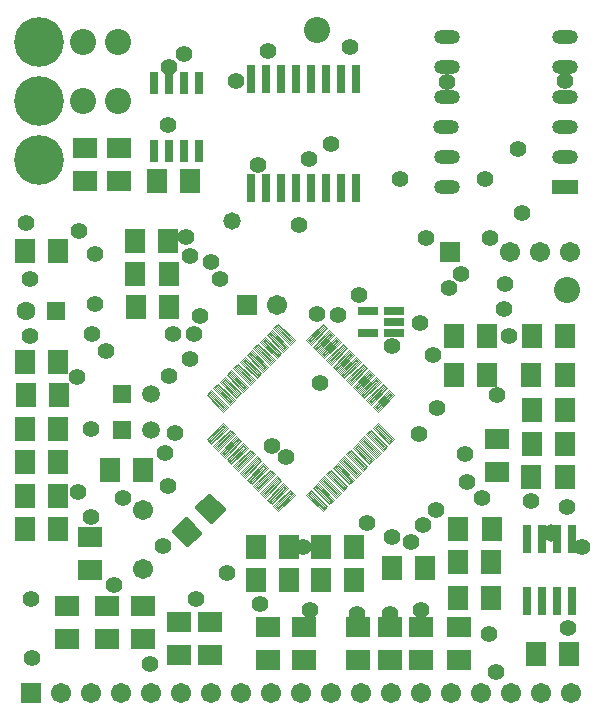
<source format=gts>
%FSLAX43Y43*%
%MOMM*%
G71*
G01*
G75*
%ADD10C,0.300*%
%ADD11R,1.600X1.800*%
%ADD12R,1.800X1.600*%
%ADD13C,0.125*%
%ADD14R,0.600X1.700*%
%ADD15R,0.600X1.700*%
%ADD16R,0.600X2.200*%
%ADD17R,0.600X2.200*%
%ADD18R,1.450X0.550*%
%ADD19R,1.450X0.550*%
%ADD20R,0.600X2.150*%
%ADD21R,0.600X2.150*%
%ADD22O,2.000X1.000*%
%ADD23R,2.000X1.000*%
%ADD24C,0.500*%
%ADD25C,0.400*%
%ADD26C,2.000*%
%ADD27C,1.500*%
%ADD28R,1.500X1.500*%
%ADD29R,1.300X1.300*%
%ADD30C,1.300*%
%ADD31C,4.000*%
%ADD32C,1.400*%
%ADD33R,1.400X1.400*%
%ADD34C,1.270*%
%ADD35C,1.200*%
%ADD36R,0.850X1.300*%
%ADD37C,0.600*%
%ADD38R,1.803X2.003*%
%ADD39R,2.003X1.803*%
%ADD40R,0.803X1.903*%
%ADD41R,0.803X1.903*%
%ADD42R,0.803X2.403*%
%ADD43R,0.803X2.403*%
%ADD44R,1.653X0.753*%
%ADD45R,1.653X0.753*%
%ADD46R,0.803X2.353*%
%ADD47R,0.803X2.353*%
%ADD48O,2.203X1.203*%
%ADD49R,2.203X1.203*%
%ADD50C,2.203*%
%ADD51C,1.703*%
%ADD52R,1.703X1.703*%
%ADD53R,1.503X1.503*%
%ADD54C,1.503*%
%ADD55C,4.203*%
%ADD56C,1.603*%
%ADD57R,1.603X1.603*%
%ADD58C,1.473*%
%ADD59C,1.403*%
D13*
X29445Y25157D02*
X29037Y24748D01*
X27638Y26147D01*
X28047Y26556D01*
X29445Y25157D01*
X29298D02*
X29037Y24896D01*
X27785Y26147D01*
X28047Y26409D01*
X29298Y25157D01*
X29151D02*
X29037Y25043D01*
X27932Y26147D01*
X28047Y26261D01*
X29151Y25157D01*
X29029Y25183D02*
X28054Y26121D01*
X30011Y25723D02*
X29602Y25314D01*
X28203Y26713D01*
X28612Y27122D01*
X30011Y25723D01*
X29864D02*
X29602Y25461D01*
X28351Y26713D01*
X28612Y26974D01*
X29864Y25723D01*
X29716D02*
X29602Y25609D01*
X28498Y26713D01*
X28612Y26827D01*
X29716Y25723D01*
X29595Y25748D02*
X28620Y26687D01*
X30577Y26288D02*
X30168Y25880D01*
X28769Y27278D01*
X29178Y27687D01*
X30577Y26288D01*
X30429D02*
X30168Y26027D01*
X28916Y27278D01*
X29178Y27540D01*
X30429Y26288D01*
X30282D02*
X30168Y26174D01*
X29064Y27278D01*
X29178Y27393D01*
X30282Y26288D01*
X30160Y26314D02*
X29186Y27253D01*
X24425Y36966D02*
X24016Y36557D01*
X22617Y37956D01*
X23026Y38365D01*
X24425Y36966D01*
X24278D02*
X24016Y36704D01*
X22765Y37956D01*
X23026Y38217D01*
X24278Y36966D01*
X24130D02*
X24016Y36852D01*
X22912Y37956D01*
X23026Y38070D01*
X24130Y36966D01*
X24009Y36991D02*
X23034Y37930D01*
X23859Y36400D02*
X23450Y35991D01*
X22052Y37390D01*
X22460Y37799D01*
X23859Y36400D01*
X23712D02*
X23450Y36139D01*
X22199Y37390D01*
X22460Y37652D01*
X23712Y36400D01*
X23565D02*
X23450Y36286D01*
X22346Y37390D01*
X22460Y37504D01*
X23565Y36400D01*
X23443Y36426D02*
X22468Y37364D01*
X23294Y35834D02*
X22885Y35426D01*
X21486Y36824D01*
X21895Y37233D01*
X23294Y35834D01*
X23146D02*
X22885Y35573D01*
X21633Y36824D01*
X21895Y37086D01*
X23146Y35834D01*
X22999D02*
X22885Y35720D01*
X21781Y36824D01*
X21895Y36939D01*
X22999Y35834D01*
X22877Y35860D02*
X21902Y36799D01*
X22728Y35269D02*
X22319Y34860D01*
X20920Y36259D01*
X21329Y36667D01*
X22728Y35269D01*
X22581D02*
X22319Y35007D01*
X21068Y36259D01*
X21329Y36520D01*
X22581Y35269D01*
X22433D02*
X22319Y35154D01*
X21215Y36259D01*
X21329Y36373D01*
X22433Y35269D01*
X22311Y35294D02*
X21337Y36233D01*
X22162Y34703D02*
X21753Y34294D01*
X20355Y35693D01*
X20763Y36102D01*
X22162Y34703D01*
X22015D02*
X21753Y34441D01*
X20502Y35693D01*
X20763Y35954D01*
X22015Y34703D01*
X21868D02*
X21753Y34589D01*
X20649Y35693D01*
X20763Y35807D01*
X21868Y34703D01*
X21746Y34729D02*
X20771Y35667D01*
X21597Y34137D02*
X21188Y33728D01*
X19789Y35127D01*
X20198Y35536D01*
X21597Y34137D01*
X21449D02*
X21188Y33876D01*
X19936Y35127D01*
X20198Y35389D01*
X21449Y34137D01*
X21302D02*
X21188Y34023D01*
X20084Y35127D01*
X20198Y35241D01*
X21302Y34137D01*
X21180Y34163D02*
X20205Y35102D01*
X21031Y33572D02*
X20622Y33163D01*
X19223Y34562D01*
X19632Y34970D01*
X21031Y33572D01*
X20884D02*
X20622Y33310D01*
X19371Y34562D01*
X19632Y34823D01*
X20884Y33572D01*
X20736D02*
X20622Y33457D01*
X19518Y34562D01*
X19632Y34676D01*
X20736Y33572D01*
X20614Y33597D02*
X19640Y34536D01*
X20465Y33006D02*
X20056Y32597D01*
X18658Y33996D01*
X19066Y34405D01*
X20465Y33006D01*
X20318D02*
X20056Y32744D01*
X18805Y33996D01*
X19066Y34257D01*
X20318Y33006D01*
X20171D02*
X20056Y32892D01*
X18952Y33996D01*
X19066Y34110D01*
X20171Y33006D01*
X20049Y33031D02*
X19074Y33970D01*
X19899Y32440D02*
X19491Y32031D01*
X18092Y33430D01*
X18501Y33839D01*
X19899Y32440D01*
X19752D02*
X19491Y32179D01*
X18239Y33430D01*
X18501Y33692D01*
X19752Y32440D01*
X19605D02*
X19491Y32326D01*
X18386Y33430D01*
X18501Y33544D01*
X19605Y32440D01*
X19483Y32466D02*
X18508Y33405D01*
X19334Y31875D02*
X18925Y31466D01*
X17526Y32865D01*
X17935Y33273D01*
X19334Y31875D01*
X19186D02*
X18925Y31613D01*
X17673Y32865D01*
X17935Y33126D01*
X19186Y31875D01*
X19039D02*
X18925Y31760D01*
X17821Y32865D01*
X17935Y32979D01*
X19039Y31875D01*
X18917Y31900D02*
X17943Y32839D01*
X18768Y31309D02*
X18359Y30900D01*
X16960Y32299D01*
X17369Y32708D01*
X18768Y31309D01*
X18621D02*
X18359Y31047D01*
X17108Y32299D01*
X17369Y32560D01*
X18621Y31309D01*
X18473D02*
X18359Y31195D01*
X17255Y32299D01*
X17369Y32413D01*
X18473Y31309D01*
X18352Y31334D02*
X17377Y32273D01*
X31441Y30900D02*
X31032Y31309D01*
X32431Y32708D01*
X32840Y32299D01*
X31441Y30900D01*
Y31047D02*
X31179Y31309D01*
X32431Y32560D01*
X32692Y32299D01*
X31441Y31047D01*
Y31195D02*
X31327Y31309D01*
X32431Y32413D01*
X32545Y32299D01*
X31441Y31195D01*
X31466Y31316D02*
X32405Y32291D01*
X30875Y31466D02*
X30466Y31875D01*
X31865Y33273D01*
X32274Y32865D01*
X30875Y31466D01*
Y31613D02*
X30614Y31875D01*
X31865Y33126D01*
X32127Y32865D01*
X30875Y31613D01*
Y31760D02*
X30761Y31875D01*
X31865Y32979D01*
X31979Y32865D01*
X30875Y31760D01*
X30901Y31882D02*
X31839Y32857D01*
X30309Y32031D02*
X29901Y32440D01*
X31299Y33839D01*
X31708Y33430D01*
X30309Y32031D01*
Y32179D02*
X30048Y32440D01*
X31299Y33692D01*
X31561Y33430D01*
X30309Y32179D01*
Y32326D02*
X30195Y32440D01*
X31299Y33544D01*
X31414Y33430D01*
X30309Y32326D01*
X30335Y32448D02*
X31274Y33423D01*
X29744Y32597D02*
X29335Y33006D01*
X30734Y34405D01*
X31143Y33996D01*
X29744Y32597D01*
Y32744D02*
X29482Y33006D01*
X30734Y34257D01*
X30995Y33996D01*
X29744Y32744D01*
Y32892D02*
X29629Y33006D01*
X30734Y34110D01*
X30848Y33996D01*
X29744Y32892D01*
X29769Y33013D02*
X30708Y33988D01*
X29178Y33163D02*
X28769Y33572D01*
X30168Y34970D01*
X30577Y34562D01*
X29178Y33163D01*
Y33310D02*
X28916Y33572D01*
X30168Y34823D01*
X30429Y34562D01*
X29178Y33310D01*
Y33457D02*
X29064Y33572D01*
X30168Y34676D01*
X30282Y34562D01*
X29178Y33457D01*
X29204Y33579D02*
X30142Y34554D01*
X28612Y33728D02*
X28203Y34137D01*
X29602Y35536D01*
X30011Y35127D01*
X28612Y33728D01*
Y33876D02*
X28351Y34137D01*
X29602Y35389D01*
X29864Y35127D01*
X28612Y33876D01*
Y34023D02*
X28498Y34137D01*
X29602Y35242D01*
X29716Y35127D01*
X28612Y34023D01*
X28638Y34145D02*
X29577Y35120D01*
X28047Y34294D02*
X27638Y34703D01*
X29037Y36102D01*
X29445Y35693D01*
X28047Y34294D01*
Y34441D02*
X27785Y34703D01*
X29037Y35955D01*
X29298Y35693D01*
X28047Y34441D01*
Y34589D02*
X27932Y34703D01*
X29037Y35807D01*
X29151Y35693D01*
X28047Y34589D01*
X28072Y34711D02*
X29011Y35685D01*
X27481Y34860D02*
X27072Y35269D01*
X28471Y36667D01*
X28880Y36259D01*
X27481Y34860D01*
Y35007D02*
X27219Y35269D01*
X28471Y36520D01*
X28732Y36259D01*
X27481Y35007D01*
Y35154D02*
X27367Y35269D01*
X28471Y36373D01*
X28585Y36259D01*
X27481Y35154D01*
X27506Y35276D02*
X28445Y36251D01*
X26915Y35426D02*
X26506Y35834D01*
X27905Y37233D01*
X28314Y36824D01*
X26915Y35426D01*
Y35573D02*
X26654Y35834D01*
X27905Y37086D01*
X28167Y36824D01*
X26915Y35573D01*
Y35720D02*
X26801Y35834D01*
X27905Y36939D01*
X28019Y36824D01*
X26915Y35720D01*
X26941Y35842D02*
X27880Y36817D01*
X26350Y35991D02*
X25941Y36400D01*
X27340Y37799D01*
X27748Y37390D01*
X26350Y35991D01*
Y36139D02*
X26088Y36400D01*
X27340Y37652D01*
X27601Y37390D01*
X26350Y36139D01*
Y36286D02*
X26235Y36400D01*
X27340Y37504D01*
X27454Y37390D01*
X26350Y36286D01*
X26375Y36408D02*
X27314Y37382D01*
X25784Y36557D02*
X25375Y36966D01*
X26774Y38365D01*
X27183Y37956D01*
X25784Y36557D01*
Y36704D02*
X25522Y36966D01*
X26774Y38217D01*
X27035Y37956D01*
X25784Y36704D01*
Y36852D02*
X25670Y36966D01*
X26774Y38070D01*
X26888Y37956D01*
X25784Y36852D01*
X25809Y36973D02*
X26748Y37948D01*
X32840Y28551D02*
X32431Y28142D01*
X31032Y29541D01*
X31441Y29950D01*
X32840Y28551D01*
X32692D02*
X32431Y28290D01*
X31179Y29541D01*
X31441Y29803D01*
X32692Y28551D01*
X32545D02*
X32431Y28437D01*
X31326Y29541D01*
X31441Y29655D01*
X32545Y28551D01*
X32423Y28577D02*
X31448Y29516D01*
X32274Y27985D02*
X31865Y27577D01*
X30466Y28975D01*
X30875Y29384D01*
X32274Y27985D01*
X32127D02*
X31865Y27724D01*
X30613Y28975D01*
X30875Y29237D01*
X32127Y27985D01*
X31979D02*
X31865Y27871D01*
X30761Y28975D01*
X30875Y29090D01*
X31979Y27985D01*
X31857Y28011D02*
X30883Y28950D01*
X31708Y27420D02*
X31299Y27011D01*
X29900Y28410D01*
X30309Y28819D01*
X31708Y27420D01*
X31561D02*
X31299Y27158D01*
X30048Y28410D01*
X30309Y28671D01*
X31561Y27420D01*
X31413D02*
X31299Y27306D01*
X30195Y28410D01*
X30309Y28524D01*
X31413Y27420D01*
X31292Y27445D02*
X30317Y28384D01*
X31143Y26854D02*
X30734Y26445D01*
X29335Y27844D01*
X29744Y28253D01*
X31143Y26854D01*
X30995D02*
X30734Y26593D01*
X29482Y27844D01*
X29744Y28106D01*
X30995Y26854D01*
X30848D02*
X30734Y26740D01*
X29629Y27844D01*
X29744Y27958D01*
X30848Y26854D01*
X30726Y26880D02*
X29751Y27819D01*
X28880Y24591D02*
X28471Y24182D01*
X27072Y25581D01*
X27481Y25990D01*
X28880Y24591D01*
X28732D02*
X28471Y24330D01*
X27219Y25581D01*
X27481Y25843D01*
X28732Y24591D01*
X28585D02*
X28471Y24477D01*
X27367Y25581D01*
X27481Y25695D01*
X28585Y24591D01*
X28463Y24617D02*
X27488Y25556D01*
X28314Y24026D02*
X27905Y23617D01*
X26506Y25016D01*
X26915Y25425D01*
X28314Y24026D01*
X28167D02*
X27905Y23764D01*
X26654Y25016D01*
X26915Y25277D01*
X28167Y24026D01*
X28019D02*
X27905Y23912D01*
X26801Y25016D01*
X26915Y25130D01*
X28019Y24026D01*
X27898Y24051D02*
X26923Y24990D01*
X27748Y23460D02*
X27340Y23051D01*
X25941Y24450D01*
X26350Y24859D01*
X27748Y23460D01*
X27601D02*
X27340Y23198D01*
X26088Y24450D01*
X26350Y24712D01*
X27601Y23460D01*
X27454D02*
X27340Y23346D01*
X26235Y24450D01*
X26350Y24564D01*
X27454Y23460D01*
X27332Y23486D02*
X26357Y24424D01*
X27183Y22894D02*
X26774Y22485D01*
X25375Y23884D01*
X25784Y24293D01*
X27183Y22894D01*
X27035D02*
X26774Y22633D01*
X25522Y23884D01*
X25784Y24146D01*
X27035Y22894D01*
X26888D02*
X26774Y22780D01*
X25670Y23884D01*
X25784Y23998D01*
X26888Y22894D01*
X26766Y22920D02*
X25791Y23859D01*
X23026Y22485D02*
X22617Y22894D01*
X24016Y24293D01*
X24425Y23884D01*
X23026Y22485D01*
Y22633D02*
X22765Y22894D01*
X24016Y24146D01*
X24278Y23884D01*
X23026Y22633D01*
Y22780D02*
X22912Y22894D01*
X24016Y23999D01*
X24130Y23884D01*
X23026Y22780D01*
X23052Y22902D02*
X23991Y23877D01*
X22461Y23051D02*
X22052Y23460D01*
X23450Y24859D01*
X23859Y24450D01*
X22461Y23051D01*
Y23198D02*
X22199Y23460D01*
X23450Y24711D01*
X23712Y24450D01*
X22461Y23198D01*
Y23346D02*
X22346Y23460D01*
X23450Y24564D01*
X23565Y24450D01*
X22461Y23346D01*
X22486Y23468D02*
X23425Y24442D01*
X21895Y23617D02*
X21486Y24026D01*
X22885Y25424D01*
X23294Y25016D01*
X21895Y23617D01*
Y23764D02*
X21633Y24026D01*
X22885Y25277D01*
X23146Y25016D01*
X21895Y23764D01*
Y23911D02*
X21781Y24026D01*
X22885Y25130D01*
X22999Y25016D01*
X21895Y23911D01*
X21920Y24033D02*
X22859Y25008D01*
X21329Y24182D02*
X20920Y24591D01*
X22319Y25990D01*
X22728Y25581D01*
X21329Y24182D01*
Y24330D02*
X21068Y24591D01*
X22319Y25843D01*
X22581Y25581D01*
X21329Y24330D01*
Y24477D02*
X21215Y24591D01*
X22319Y25695D01*
X22433Y25581D01*
X21329Y24477D01*
X21355Y24599D02*
X22294Y25574D01*
X20763Y24748D02*
X20355Y25157D01*
X21753Y26556D01*
X22162Y26147D01*
X20763Y24748D01*
Y24895D02*
X20502Y25157D01*
X21753Y26409D01*
X22015Y26147D01*
X20763Y24895D01*
Y25043D02*
X20649Y25157D01*
X21753Y26261D01*
X21868Y26147D01*
X20763Y25043D01*
X20789Y25165D02*
X21728Y26139D01*
X20198Y25314D02*
X19789Y25723D01*
X21188Y27122D01*
X21597Y26713D01*
X20198Y25314D01*
Y25461D02*
X19936Y25723D01*
X21188Y26974D01*
X21449Y26713D01*
X20198Y25461D01*
Y25609D02*
X20084Y25723D01*
X21188Y26827D01*
X21302Y26713D01*
X20198Y25609D01*
X20223Y25730D02*
X21162Y26705D01*
X19632Y25880D02*
X19223Y26288D01*
X20622Y27687D01*
X21031Y27278D01*
X19632Y25880D01*
Y26027D02*
X19370Y26288D01*
X20622Y27540D01*
X20884Y27278D01*
X19632Y26027D01*
Y26174D02*
X19518Y26288D01*
X20622Y27393D01*
X20736Y27278D01*
X19632Y26174D01*
X19658Y26296D02*
X20596Y27271D01*
X19066Y26445D02*
X18658Y26854D01*
X20056Y28253D01*
X20465Y27844D01*
X19066Y26445D01*
Y26593D02*
X18805Y26854D01*
X20056Y28106D01*
X20318Y27844D01*
X19066Y26593D01*
Y26740D02*
X18952Y26854D01*
X20056Y27958D01*
X20171Y27844D01*
X19066Y26740D01*
X19092Y26862D02*
X20031Y27837D01*
X18501Y27011D02*
X18092Y27420D01*
X19491Y28819D01*
X19899Y28410D01*
X18501Y27011D01*
Y27158D02*
X18239Y27420D01*
X19491Y28671D01*
X19752Y28410D01*
X18501Y27158D01*
Y27306D02*
X18386Y27420D01*
X19491Y28524D01*
X19605Y28410D01*
X18501Y27306D01*
X18526Y27427D02*
X19465Y28402D01*
X17935Y27577D02*
X17526Y27985D01*
X18925Y29384D01*
X19334Y28975D01*
X17935Y27577D01*
Y27724D02*
X17673Y27985D01*
X18925Y29237D01*
X19186Y28975D01*
X17935Y27724D01*
Y27871D02*
X17821Y27985D01*
X18925Y29090D01*
X19039Y28975D01*
X17935Y27871D01*
X17961Y27993D02*
X18899Y28968D01*
X17369Y28142D02*
X16960Y28551D01*
X18359Y29950D01*
X18768Y29541D01*
X17369Y28142D01*
Y28290D02*
X17108Y28551D01*
X18359Y29803D01*
X18621Y29541D01*
X17369Y28290D01*
Y28437D02*
X17255Y28551D01*
X18359Y29655D01*
X18473Y29541D01*
X17369Y28437D01*
X17395Y28559D02*
X18334Y29534D01*
D25*
X17317Y21655D02*
X16184Y22789D01*
X17176Y23781D01*
X18310Y22647D01*
X17317Y21655D01*
Y22126D02*
X16655Y22789D01*
X17176Y23309D01*
X17838Y22647D01*
X17317Y22126D01*
Y22598D02*
X17126Y22789D01*
X17176Y22838D01*
X17367Y22647D01*
X17317Y22598D01*
X17247Y22700D02*
Y22736D01*
X15337Y19675D02*
X14204Y20809D01*
X15196Y21801D01*
X16330Y20667D01*
X15337Y19675D01*
Y20147D02*
X14675Y20809D01*
X15196Y21330D01*
X15858Y20667D01*
X15337Y20147D01*
Y20618D02*
X15147Y20809D01*
X15196Y20858D01*
X15387Y20667D01*
X15337Y20618D01*
X15267Y20720D02*
Y20756D01*
D38*
X23932Y16622D02*
D03*
X21132D02*
D03*
X26643Y16653D02*
D03*
X29443D02*
D03*
X21163Y19443D02*
D03*
X23963Y19443D02*
D03*
X41062Y18182D02*
D03*
X38262Y18182D02*
D03*
X29412Y19482D02*
D03*
X26612Y19482D02*
D03*
X35487Y17682D02*
D03*
X32687Y17682D02*
D03*
X41012Y15107D02*
D03*
X38212Y15107D02*
D03*
X41087Y21007D02*
D03*
X38287Y21007D02*
D03*
X10938Y42518D02*
D03*
X13738Y42518D02*
D03*
X10913Y45318D02*
D03*
X13713Y45318D02*
D03*
X10963Y39768D02*
D03*
X13763Y39768D02*
D03*
X1630Y32309D02*
D03*
X4430D02*
D03*
X1605Y26614D02*
D03*
X4405Y26614D02*
D03*
X1605Y20944D02*
D03*
X4405D02*
D03*
X1613Y35140D02*
D03*
X4413D02*
D03*
X1588Y29445D02*
D03*
X4388Y29445D02*
D03*
X1588Y23775D02*
D03*
X4388D02*
D03*
X47287Y31082D02*
D03*
X44487Y31082D02*
D03*
X47287Y28182D02*
D03*
X44487Y28182D02*
D03*
X47262Y25332D02*
D03*
X44462Y25332D02*
D03*
X1613Y44543D02*
D03*
X4413Y44543D02*
D03*
X37888Y37293D02*
D03*
X40688D02*
D03*
X37888Y33993D02*
D03*
X40688D02*
D03*
X47312Y37282D02*
D03*
X44512Y37282D02*
D03*
X47262Y33982D02*
D03*
X44462Y33982D02*
D03*
X8763Y25943D02*
D03*
X11563Y25943D02*
D03*
X44813Y10418D02*
D03*
X47613D02*
D03*
X15538Y50393D02*
D03*
X12738D02*
D03*
D39*
X22122Y9868D02*
D03*
Y12668D02*
D03*
X41568Y28562D02*
D03*
X41568Y25762D02*
D03*
X38357Y9838D02*
D03*
Y12638D02*
D03*
X25243Y12637D02*
D03*
X25243Y9837D02*
D03*
X29743Y12662D02*
D03*
X29743Y9862D02*
D03*
X32518Y12637D02*
D03*
X32518Y9837D02*
D03*
X8518Y14462D02*
D03*
X8518Y11662D02*
D03*
X7068Y20312D02*
D03*
X7068Y17512D02*
D03*
X5168Y14462D02*
D03*
X5168Y11662D02*
D03*
X35143Y12637D02*
D03*
X35143Y9837D02*
D03*
X14657Y10288D02*
D03*
Y13088D02*
D03*
X17257Y10288D02*
D03*
Y13088D02*
D03*
X11582Y11638D02*
D03*
X11582Y14438D02*
D03*
X9543Y53212D02*
D03*
X9543Y50412D02*
D03*
X6657Y53213D02*
D03*
Y50413D02*
D03*
D40*
X12520Y53000D02*
D03*
X13790D02*
D03*
X15060D02*
D03*
X12520Y58700D02*
D03*
X13790D02*
D03*
X16330Y53000D02*
D03*
D41*
Y58700D02*
D03*
X15060D02*
D03*
D42*
X47855Y20100D02*
D03*
D43*
X44045Y14900D02*
D03*
X45315D02*
D03*
X46585D02*
D03*
X47855D02*
D03*
X44045Y20100D02*
D03*
X45315D02*
D03*
X46585D02*
D03*
D44*
X32800Y37550D02*
D03*
X32800Y38500D02*
D03*
X30650Y39450D02*
D03*
Y37550D02*
D03*
D45*
X32800Y39450D02*
D03*
D46*
X20680Y49850D02*
D03*
X21950D02*
D03*
X23220D02*
D03*
X24490D02*
D03*
X25760D02*
D03*
X27030D02*
D03*
X28300D02*
D03*
X29570D02*
D03*
X20680Y59100D02*
D03*
X21950D02*
D03*
X25760D02*
D03*
X27030D02*
D03*
X28300D02*
D03*
X29570D02*
D03*
D47*
X23220Y59100D02*
D03*
X24490D02*
D03*
D48*
X47285Y52465D02*
D03*
X37285Y62640D02*
D03*
X37310Y60090D02*
D03*
X47285Y62640D02*
D03*
Y60090D02*
D03*
X37285Y52465D02*
D03*
X37235Y54990D02*
D03*
X37285Y57540D02*
D03*
X47285D02*
D03*
X47285Y54990D02*
D03*
X37285Y49915D02*
D03*
D49*
X47285D02*
D03*
D50*
X47500Y41225D02*
D03*
X26300Y63250D02*
D03*
X9500Y57225D02*
D03*
Y62225D02*
D03*
X6525Y57175D02*
D03*
Y62175D02*
D03*
D51*
X22910Y39937D02*
D03*
X11575Y17617D02*
D03*
Y22617D02*
D03*
X42647Y44416D02*
D03*
X45187D02*
D03*
X47727D02*
D03*
X35120Y7100D02*
D03*
X4640D02*
D03*
X7180D02*
D03*
X9720D02*
D03*
X12260D02*
D03*
X14800D02*
D03*
X17340D02*
D03*
X19880D02*
D03*
X22420D02*
D03*
X24960D02*
D03*
X27500D02*
D03*
X30040D02*
D03*
X32580D02*
D03*
X37660D02*
D03*
X40200D02*
D03*
X47820D02*
D03*
X42740D02*
D03*
X45280D02*
D03*
D52*
X20370Y39937D02*
D03*
X37567Y44416D02*
D03*
X2100Y7100D02*
D03*
D53*
X9758Y29388D02*
D03*
Y32363D02*
D03*
D54*
X12258Y29388D02*
D03*
Y32363D02*
D03*
D55*
X2800Y62200D02*
D03*
Y57200D02*
D03*
Y52200D02*
D03*
D56*
X1689Y39433D02*
D03*
D57*
X4189D02*
D03*
D58*
X19100Y47050D02*
D03*
X46100Y20625D02*
D03*
D59*
X13675Y55200D02*
D03*
X28100Y39125D02*
D03*
X27475Y53525D02*
D03*
X25625Y52275D02*
D03*
X32625Y36425D02*
D03*
X29900Y40800D02*
D03*
X35000Y38400D02*
D03*
X15050Y61175D02*
D03*
X19425Y58875D02*
D03*
X22125Y61400D02*
D03*
X29110Y61760D02*
D03*
X13790Y60110D02*
D03*
X37285Y58800D02*
D03*
X47275Y58875D02*
D03*
X48725Y19475D02*
D03*
X47600Y12575D02*
D03*
X18700Y17200D02*
D03*
X41450Y8875D02*
D03*
X35500Y45600D02*
D03*
X26279Y39196D02*
D03*
X42550Y37293D02*
D03*
X7175Y21950D02*
D03*
X7225Y37450D02*
D03*
X14125Y37500D02*
D03*
X15175Y45700D02*
D03*
X7145Y29445D02*
D03*
X9125Y16225D02*
D03*
X8450Y36025D02*
D03*
X15900Y37450D02*
D03*
X15525Y44100D02*
D03*
X38800Y27300D02*
D03*
X6050Y24125D02*
D03*
X6000Y33800D02*
D03*
X15525Y35375D02*
D03*
X17350Y43600D02*
D03*
X39025Y24975D02*
D03*
X16400Y39000D02*
D03*
X18075Y42150D02*
D03*
X42250Y41700D02*
D03*
X36450Y31175D02*
D03*
X35150Y14075D02*
D03*
X36400Y22575D02*
D03*
X40250Y23550D02*
D03*
X32525Y13800D02*
D03*
X35275Y21275D02*
D03*
X29725Y13787D02*
D03*
X34250Y19850D02*
D03*
X34975Y29025D02*
D03*
X32687Y20250D02*
D03*
X14250Y29075D02*
D03*
X25700Y14075D02*
D03*
X25125Y19475D02*
D03*
X22500Y27975D02*
D03*
X23700Y27025D02*
D03*
X26600Y33350D02*
D03*
X6150Y46225D02*
D03*
X36125Y35700D02*
D03*
X30575Y21500D02*
D03*
X16050Y15050D02*
D03*
X40850Y12100D02*
D03*
X12200Y9575D02*
D03*
X2200Y10025D02*
D03*
X2100Y15000D02*
D03*
X13250Y19500D02*
D03*
X13700Y24575D02*
D03*
X1975Y37300D02*
D03*
X7500Y44250D02*
D03*
X7525Y40000D02*
D03*
X38525Y42550D02*
D03*
X37475Y41400D02*
D03*
X44450Y23350D02*
D03*
X43625Y47700D02*
D03*
X13450Y27400D02*
D03*
X2000Y42100D02*
D03*
X1675Y46900D02*
D03*
X40500Y50575D02*
D03*
X21500Y14600D02*
D03*
X24750Y46725D02*
D03*
X41550Y32275D02*
D03*
X42100Y39575D02*
D03*
X40925Y45600D02*
D03*
X43300Y53125D02*
D03*
X21300Y51775D02*
D03*
X13800Y33950D02*
D03*
X9900Y23625D02*
D03*
X47450Y22800D02*
D03*
X33300Y50575D02*
D03*
M02*

</source>
